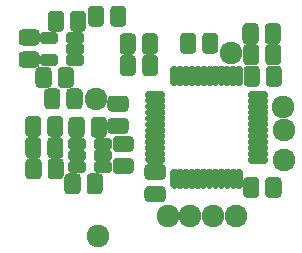
<source format=gbr>
G04 #@! TF.GenerationSoftware,KiCad,Pcbnew,5.1.8+dfsg1-1~bpo10+1*
G04 #@! TF.CreationDate,2020-11-10T16:56:22+03:00*
G04 #@! TF.ProjectId,cs,63732e6b-6963-4616-945f-706362585858,rev?*
G04 #@! TF.SameCoordinates,Original*
G04 #@! TF.FileFunction,Soldermask,Top*
G04 #@! TF.FilePolarity,Negative*
%FSLAX46Y46*%
G04 Gerber Fmt 4.6, Leading zero omitted, Abs format (unit mm)*
G04 Created by KiCad (PCBNEW 5.1.8+dfsg1-1~bpo10+1) date 2020-11-10 16:56:22*
%MOMM*%
%LPD*%
G01*
G04 APERTURE LIST*
%ADD10C,1.924000*%
G04 APERTURE END LIST*
G36*
G01*
X214380240Y-20129510D02*
X214380240Y-21242010D01*
G75*
G02*
X214036490Y-21585760I-343750J0D01*
G01*
X213348990Y-21585760D01*
G75*
G02*
X213005240Y-21242010I0J343750D01*
G01*
X213005240Y-20129510D01*
G75*
G02*
X213348990Y-19785760I343750J0D01*
G01*
X214036490Y-19785760D01*
G75*
G02*
X214380240Y-20129510I0J-343750D01*
G01*
G37*
G36*
G01*
X212505240Y-20129510D02*
X212505240Y-21242010D01*
G75*
G02*
X212161490Y-21585760I-343750J0D01*
G01*
X211473990Y-21585760D01*
G75*
G02*
X211130240Y-21242010I0J343750D01*
G01*
X211130240Y-20129510D01*
G75*
G02*
X211473990Y-19785760I343750J0D01*
G01*
X212161490Y-19785760D01*
G75*
G02*
X212505240Y-20129510I0J-343750D01*
G01*
G37*
G36*
G01*
X217781300Y-19712950D02*
X217781300Y-20825450D01*
G75*
G02*
X217437550Y-21169200I-343750J0D01*
G01*
X216750050Y-21169200D01*
G75*
G02*
X216406300Y-20825450I0J343750D01*
G01*
X216406300Y-19712950D01*
G75*
G02*
X216750050Y-19369200I343750J0D01*
G01*
X217437550Y-19369200D01*
G75*
G02*
X217781300Y-19712950I0J-343750D01*
G01*
G37*
G36*
G01*
X215906300Y-19712950D02*
X215906300Y-20825450D01*
G75*
G02*
X215562550Y-21169200I-343750J0D01*
G01*
X214875050Y-21169200D01*
G75*
G02*
X214531300Y-20825450I0J343750D01*
G01*
X214531300Y-19712950D01*
G75*
G02*
X214875050Y-19369200I343750J0D01*
G01*
X215562550Y-19369200D01*
G75*
G02*
X215906300Y-19712950I0J-343750D01*
G01*
G37*
G36*
G01*
X214158940Y-23665300D02*
X214158940Y-24315300D01*
G75*
G02*
X213958940Y-24515300I-200000J0D01*
G01*
X212898940Y-24515300D01*
G75*
G02*
X212698940Y-24315300I0J200000D01*
G01*
X212698940Y-23665300D01*
G75*
G02*
X212898940Y-23465300I200000J0D01*
G01*
X213958940Y-23465300D01*
G75*
G02*
X214158940Y-23665300I0J-200000D01*
G01*
G37*
G36*
G01*
X214158940Y-22715300D02*
X214158940Y-23365300D01*
G75*
G02*
X213958940Y-23565300I-200000J0D01*
G01*
X212898940Y-23565300D01*
G75*
G02*
X212698940Y-23365300I0J200000D01*
G01*
X212698940Y-22715300D01*
G75*
G02*
X212898940Y-22515300I200000J0D01*
G01*
X213958940Y-22515300D01*
G75*
G02*
X214158940Y-22715300I0J-200000D01*
G01*
G37*
G36*
G01*
X214158940Y-21765300D02*
X214158940Y-22415300D01*
G75*
G02*
X213958940Y-22615300I-200000J0D01*
G01*
X212898940Y-22615300D01*
G75*
G02*
X212698940Y-22415300I0J200000D01*
G01*
X212698940Y-21765300D01*
G75*
G02*
X212898940Y-21565300I200000J0D01*
G01*
X213958940Y-21565300D01*
G75*
G02*
X214158940Y-21765300I0J-200000D01*
G01*
G37*
G36*
G01*
X211958940Y-21765300D02*
X211958940Y-22415300D01*
G75*
G02*
X211758940Y-22615300I-200000J0D01*
G01*
X210698940Y-22615300D01*
G75*
G02*
X210498940Y-22415300I0J200000D01*
G01*
X210498940Y-21765300D01*
G75*
G02*
X210698940Y-21565300I200000J0D01*
G01*
X211758940Y-21565300D01*
G75*
G02*
X211958940Y-21765300I0J-200000D01*
G01*
G37*
G36*
G01*
X211958940Y-23665300D02*
X211958940Y-24315300D01*
G75*
G02*
X211758940Y-24515300I-200000J0D01*
G01*
X210698940Y-24515300D01*
G75*
G02*
X210498940Y-24315300I0J200000D01*
G01*
X210498940Y-23665300D01*
G75*
G02*
X210698940Y-23465300I200000J0D01*
G01*
X211758940Y-23465300D01*
G75*
G02*
X211958940Y-23665300I0J-200000D01*
G01*
G37*
G36*
G01*
X227211800Y-24467200D02*
X227461800Y-24467200D01*
G75*
G02*
X227661800Y-24667200I0J-200000D01*
G01*
X227661800Y-25967200D01*
G75*
G02*
X227461800Y-26167200I-200000J0D01*
G01*
X227211800Y-26167200D01*
G75*
G02*
X227011800Y-25967200I0J200000D01*
G01*
X227011800Y-24667200D01*
G75*
G02*
X227211800Y-24467200I200000J0D01*
G01*
G37*
G36*
G01*
X226711800Y-24467200D02*
X226961800Y-24467200D01*
G75*
G02*
X227161800Y-24667200I0J-200000D01*
G01*
X227161800Y-25967200D01*
G75*
G02*
X226961800Y-26167200I-200000J0D01*
G01*
X226711800Y-26167200D01*
G75*
G02*
X226511800Y-25967200I0J200000D01*
G01*
X226511800Y-24667200D01*
G75*
G02*
X226711800Y-24467200I200000J0D01*
G01*
G37*
G36*
G01*
X226211800Y-24467200D02*
X226461800Y-24467200D01*
G75*
G02*
X226661800Y-24667200I0J-200000D01*
G01*
X226661800Y-25967200D01*
G75*
G02*
X226461800Y-26167200I-200000J0D01*
G01*
X226211800Y-26167200D01*
G75*
G02*
X226011800Y-25967200I0J200000D01*
G01*
X226011800Y-24667200D01*
G75*
G02*
X226211800Y-24467200I200000J0D01*
G01*
G37*
G36*
G01*
X225711800Y-24467200D02*
X225961800Y-24467200D01*
G75*
G02*
X226161800Y-24667200I0J-200000D01*
G01*
X226161800Y-25967200D01*
G75*
G02*
X225961800Y-26167200I-200000J0D01*
G01*
X225711800Y-26167200D01*
G75*
G02*
X225511800Y-25967200I0J200000D01*
G01*
X225511800Y-24667200D01*
G75*
G02*
X225711800Y-24467200I200000J0D01*
G01*
G37*
G36*
G01*
X225211800Y-24467200D02*
X225461800Y-24467200D01*
G75*
G02*
X225661800Y-24667200I0J-200000D01*
G01*
X225661800Y-25967200D01*
G75*
G02*
X225461800Y-26167200I-200000J0D01*
G01*
X225211800Y-26167200D01*
G75*
G02*
X225011800Y-25967200I0J200000D01*
G01*
X225011800Y-24667200D01*
G75*
G02*
X225211800Y-24467200I200000J0D01*
G01*
G37*
G36*
G01*
X224711800Y-24467200D02*
X224961800Y-24467200D01*
G75*
G02*
X225161800Y-24667200I0J-200000D01*
G01*
X225161800Y-25967200D01*
G75*
G02*
X224961800Y-26167200I-200000J0D01*
G01*
X224711800Y-26167200D01*
G75*
G02*
X224511800Y-25967200I0J200000D01*
G01*
X224511800Y-24667200D01*
G75*
G02*
X224711800Y-24467200I200000J0D01*
G01*
G37*
G36*
G01*
X224211800Y-24467200D02*
X224461800Y-24467200D01*
G75*
G02*
X224661800Y-24667200I0J-200000D01*
G01*
X224661800Y-25967200D01*
G75*
G02*
X224461800Y-26167200I-200000J0D01*
G01*
X224211800Y-26167200D01*
G75*
G02*
X224011800Y-25967200I0J200000D01*
G01*
X224011800Y-24667200D01*
G75*
G02*
X224211800Y-24467200I200000J0D01*
G01*
G37*
G36*
G01*
X223711800Y-24467200D02*
X223961800Y-24467200D01*
G75*
G02*
X224161800Y-24667200I0J-200000D01*
G01*
X224161800Y-25967200D01*
G75*
G02*
X223961800Y-26167200I-200000J0D01*
G01*
X223711800Y-26167200D01*
G75*
G02*
X223511800Y-25967200I0J200000D01*
G01*
X223511800Y-24667200D01*
G75*
G02*
X223711800Y-24467200I200000J0D01*
G01*
G37*
G36*
G01*
X223211800Y-24467200D02*
X223461800Y-24467200D01*
G75*
G02*
X223661800Y-24667200I0J-200000D01*
G01*
X223661800Y-25967200D01*
G75*
G02*
X223461800Y-26167200I-200000J0D01*
G01*
X223211800Y-26167200D01*
G75*
G02*
X223011800Y-25967200I0J200000D01*
G01*
X223011800Y-24667200D01*
G75*
G02*
X223211800Y-24467200I200000J0D01*
G01*
G37*
G36*
G01*
X222711800Y-24467200D02*
X222961800Y-24467200D01*
G75*
G02*
X223161800Y-24667200I0J-200000D01*
G01*
X223161800Y-25967200D01*
G75*
G02*
X222961800Y-26167200I-200000J0D01*
G01*
X222711800Y-26167200D01*
G75*
G02*
X222511800Y-25967200I0J200000D01*
G01*
X222511800Y-24667200D01*
G75*
G02*
X222711800Y-24467200I200000J0D01*
G01*
G37*
G36*
G01*
X222211800Y-24467200D02*
X222461800Y-24467200D01*
G75*
G02*
X222661800Y-24667200I0J-200000D01*
G01*
X222661800Y-25967200D01*
G75*
G02*
X222461800Y-26167200I-200000J0D01*
G01*
X222211800Y-26167200D01*
G75*
G02*
X222011800Y-25967200I0J200000D01*
G01*
X222011800Y-24667200D01*
G75*
G02*
X222211800Y-24467200I200000J0D01*
G01*
G37*
G36*
G01*
X221711800Y-24467200D02*
X221961800Y-24467200D01*
G75*
G02*
X222161800Y-24667200I0J-200000D01*
G01*
X222161800Y-25967200D01*
G75*
G02*
X221961800Y-26167200I-200000J0D01*
G01*
X221711800Y-26167200D01*
G75*
G02*
X221511800Y-25967200I0J200000D01*
G01*
X221511800Y-24667200D01*
G75*
G02*
X221711800Y-24467200I200000J0D01*
G01*
G37*
G36*
G01*
X219386800Y-27042200D02*
X219386800Y-26792200D01*
G75*
G02*
X219586800Y-26592200I200000J0D01*
G01*
X220886800Y-26592200D01*
G75*
G02*
X221086800Y-26792200I0J-200000D01*
G01*
X221086800Y-27042200D01*
G75*
G02*
X220886800Y-27242200I-200000J0D01*
G01*
X219586800Y-27242200D01*
G75*
G02*
X219386800Y-27042200I0J200000D01*
G01*
G37*
G36*
G01*
X219386800Y-27542200D02*
X219386800Y-27292200D01*
G75*
G02*
X219586800Y-27092200I200000J0D01*
G01*
X220886800Y-27092200D01*
G75*
G02*
X221086800Y-27292200I0J-200000D01*
G01*
X221086800Y-27542200D01*
G75*
G02*
X220886800Y-27742200I-200000J0D01*
G01*
X219586800Y-27742200D01*
G75*
G02*
X219386800Y-27542200I0J200000D01*
G01*
G37*
G36*
G01*
X219386800Y-28042200D02*
X219386800Y-27792200D01*
G75*
G02*
X219586800Y-27592200I200000J0D01*
G01*
X220886800Y-27592200D01*
G75*
G02*
X221086800Y-27792200I0J-200000D01*
G01*
X221086800Y-28042200D01*
G75*
G02*
X220886800Y-28242200I-200000J0D01*
G01*
X219586800Y-28242200D01*
G75*
G02*
X219386800Y-28042200I0J200000D01*
G01*
G37*
G36*
G01*
X219386800Y-28542200D02*
X219386800Y-28292200D01*
G75*
G02*
X219586800Y-28092200I200000J0D01*
G01*
X220886800Y-28092200D01*
G75*
G02*
X221086800Y-28292200I0J-200000D01*
G01*
X221086800Y-28542200D01*
G75*
G02*
X220886800Y-28742200I-200000J0D01*
G01*
X219586800Y-28742200D01*
G75*
G02*
X219386800Y-28542200I0J200000D01*
G01*
G37*
G36*
G01*
X219386800Y-29042200D02*
X219386800Y-28792200D01*
G75*
G02*
X219586800Y-28592200I200000J0D01*
G01*
X220886800Y-28592200D01*
G75*
G02*
X221086800Y-28792200I0J-200000D01*
G01*
X221086800Y-29042200D01*
G75*
G02*
X220886800Y-29242200I-200000J0D01*
G01*
X219586800Y-29242200D01*
G75*
G02*
X219386800Y-29042200I0J200000D01*
G01*
G37*
G36*
G01*
X219386800Y-29542200D02*
X219386800Y-29292200D01*
G75*
G02*
X219586800Y-29092200I200000J0D01*
G01*
X220886800Y-29092200D01*
G75*
G02*
X221086800Y-29292200I0J-200000D01*
G01*
X221086800Y-29542200D01*
G75*
G02*
X220886800Y-29742200I-200000J0D01*
G01*
X219586800Y-29742200D01*
G75*
G02*
X219386800Y-29542200I0J200000D01*
G01*
G37*
G36*
G01*
X219386800Y-30042200D02*
X219386800Y-29792200D01*
G75*
G02*
X219586800Y-29592200I200000J0D01*
G01*
X220886800Y-29592200D01*
G75*
G02*
X221086800Y-29792200I0J-200000D01*
G01*
X221086800Y-30042200D01*
G75*
G02*
X220886800Y-30242200I-200000J0D01*
G01*
X219586800Y-30242200D01*
G75*
G02*
X219386800Y-30042200I0J200000D01*
G01*
G37*
G36*
G01*
X219386800Y-30542200D02*
X219386800Y-30292200D01*
G75*
G02*
X219586800Y-30092200I200000J0D01*
G01*
X220886800Y-30092200D01*
G75*
G02*
X221086800Y-30292200I0J-200000D01*
G01*
X221086800Y-30542200D01*
G75*
G02*
X220886800Y-30742200I-200000J0D01*
G01*
X219586800Y-30742200D01*
G75*
G02*
X219386800Y-30542200I0J200000D01*
G01*
G37*
G36*
G01*
X219386800Y-31042200D02*
X219386800Y-30792200D01*
G75*
G02*
X219586800Y-30592200I200000J0D01*
G01*
X220886800Y-30592200D01*
G75*
G02*
X221086800Y-30792200I0J-200000D01*
G01*
X221086800Y-31042200D01*
G75*
G02*
X220886800Y-31242200I-200000J0D01*
G01*
X219586800Y-31242200D01*
G75*
G02*
X219386800Y-31042200I0J200000D01*
G01*
G37*
G36*
G01*
X219386800Y-31542200D02*
X219386800Y-31292200D01*
G75*
G02*
X219586800Y-31092200I200000J0D01*
G01*
X220886800Y-31092200D01*
G75*
G02*
X221086800Y-31292200I0J-200000D01*
G01*
X221086800Y-31542200D01*
G75*
G02*
X220886800Y-31742200I-200000J0D01*
G01*
X219586800Y-31742200D01*
G75*
G02*
X219386800Y-31542200I0J200000D01*
G01*
G37*
G36*
G01*
X219386800Y-32042200D02*
X219386800Y-31792200D01*
G75*
G02*
X219586800Y-31592200I200000J0D01*
G01*
X220886800Y-31592200D01*
G75*
G02*
X221086800Y-31792200I0J-200000D01*
G01*
X221086800Y-32042200D01*
G75*
G02*
X220886800Y-32242200I-200000J0D01*
G01*
X219586800Y-32242200D01*
G75*
G02*
X219386800Y-32042200I0J200000D01*
G01*
G37*
G36*
G01*
X219386800Y-32542200D02*
X219386800Y-32292200D01*
G75*
G02*
X219586800Y-32092200I200000J0D01*
G01*
X220886800Y-32092200D01*
G75*
G02*
X221086800Y-32292200I0J-200000D01*
G01*
X221086800Y-32542200D01*
G75*
G02*
X220886800Y-32742200I-200000J0D01*
G01*
X219586800Y-32742200D01*
G75*
G02*
X219386800Y-32542200I0J200000D01*
G01*
G37*
G36*
G01*
X221711800Y-33167200D02*
X221961800Y-33167200D01*
G75*
G02*
X222161800Y-33367200I0J-200000D01*
G01*
X222161800Y-34667200D01*
G75*
G02*
X221961800Y-34867200I-200000J0D01*
G01*
X221711800Y-34867200D01*
G75*
G02*
X221511800Y-34667200I0J200000D01*
G01*
X221511800Y-33367200D01*
G75*
G02*
X221711800Y-33167200I200000J0D01*
G01*
G37*
G36*
G01*
X222211800Y-33167200D02*
X222461800Y-33167200D01*
G75*
G02*
X222661800Y-33367200I0J-200000D01*
G01*
X222661800Y-34667200D01*
G75*
G02*
X222461800Y-34867200I-200000J0D01*
G01*
X222211800Y-34867200D01*
G75*
G02*
X222011800Y-34667200I0J200000D01*
G01*
X222011800Y-33367200D01*
G75*
G02*
X222211800Y-33167200I200000J0D01*
G01*
G37*
G36*
G01*
X222711800Y-33167200D02*
X222961800Y-33167200D01*
G75*
G02*
X223161800Y-33367200I0J-200000D01*
G01*
X223161800Y-34667200D01*
G75*
G02*
X222961800Y-34867200I-200000J0D01*
G01*
X222711800Y-34867200D01*
G75*
G02*
X222511800Y-34667200I0J200000D01*
G01*
X222511800Y-33367200D01*
G75*
G02*
X222711800Y-33167200I200000J0D01*
G01*
G37*
G36*
G01*
X223211800Y-33167200D02*
X223461800Y-33167200D01*
G75*
G02*
X223661800Y-33367200I0J-200000D01*
G01*
X223661800Y-34667200D01*
G75*
G02*
X223461800Y-34867200I-200000J0D01*
G01*
X223211800Y-34867200D01*
G75*
G02*
X223011800Y-34667200I0J200000D01*
G01*
X223011800Y-33367200D01*
G75*
G02*
X223211800Y-33167200I200000J0D01*
G01*
G37*
G36*
G01*
X223711800Y-33167200D02*
X223961800Y-33167200D01*
G75*
G02*
X224161800Y-33367200I0J-200000D01*
G01*
X224161800Y-34667200D01*
G75*
G02*
X223961800Y-34867200I-200000J0D01*
G01*
X223711800Y-34867200D01*
G75*
G02*
X223511800Y-34667200I0J200000D01*
G01*
X223511800Y-33367200D01*
G75*
G02*
X223711800Y-33167200I200000J0D01*
G01*
G37*
G36*
G01*
X224211800Y-33167200D02*
X224461800Y-33167200D01*
G75*
G02*
X224661800Y-33367200I0J-200000D01*
G01*
X224661800Y-34667200D01*
G75*
G02*
X224461800Y-34867200I-200000J0D01*
G01*
X224211800Y-34867200D01*
G75*
G02*
X224011800Y-34667200I0J200000D01*
G01*
X224011800Y-33367200D01*
G75*
G02*
X224211800Y-33167200I200000J0D01*
G01*
G37*
G36*
G01*
X224711800Y-33167200D02*
X224961800Y-33167200D01*
G75*
G02*
X225161800Y-33367200I0J-200000D01*
G01*
X225161800Y-34667200D01*
G75*
G02*
X224961800Y-34867200I-200000J0D01*
G01*
X224711800Y-34867200D01*
G75*
G02*
X224511800Y-34667200I0J200000D01*
G01*
X224511800Y-33367200D01*
G75*
G02*
X224711800Y-33167200I200000J0D01*
G01*
G37*
G36*
G01*
X225211800Y-33167200D02*
X225461800Y-33167200D01*
G75*
G02*
X225661800Y-33367200I0J-200000D01*
G01*
X225661800Y-34667200D01*
G75*
G02*
X225461800Y-34867200I-200000J0D01*
G01*
X225211800Y-34867200D01*
G75*
G02*
X225011800Y-34667200I0J200000D01*
G01*
X225011800Y-33367200D01*
G75*
G02*
X225211800Y-33167200I200000J0D01*
G01*
G37*
G36*
G01*
X225711800Y-33167200D02*
X225961800Y-33167200D01*
G75*
G02*
X226161800Y-33367200I0J-200000D01*
G01*
X226161800Y-34667200D01*
G75*
G02*
X225961800Y-34867200I-200000J0D01*
G01*
X225711800Y-34867200D01*
G75*
G02*
X225511800Y-34667200I0J200000D01*
G01*
X225511800Y-33367200D01*
G75*
G02*
X225711800Y-33167200I200000J0D01*
G01*
G37*
G36*
G01*
X226211800Y-33167200D02*
X226461800Y-33167200D01*
G75*
G02*
X226661800Y-33367200I0J-200000D01*
G01*
X226661800Y-34667200D01*
G75*
G02*
X226461800Y-34867200I-200000J0D01*
G01*
X226211800Y-34867200D01*
G75*
G02*
X226011800Y-34667200I0J200000D01*
G01*
X226011800Y-33367200D01*
G75*
G02*
X226211800Y-33167200I200000J0D01*
G01*
G37*
G36*
G01*
X226711800Y-33167200D02*
X226961800Y-33167200D01*
G75*
G02*
X227161800Y-33367200I0J-200000D01*
G01*
X227161800Y-34667200D01*
G75*
G02*
X226961800Y-34867200I-200000J0D01*
G01*
X226711800Y-34867200D01*
G75*
G02*
X226511800Y-34667200I0J200000D01*
G01*
X226511800Y-33367200D01*
G75*
G02*
X226711800Y-33167200I200000J0D01*
G01*
G37*
G36*
G01*
X227211800Y-33167200D02*
X227461800Y-33167200D01*
G75*
G02*
X227661800Y-33367200I0J-200000D01*
G01*
X227661800Y-34667200D01*
G75*
G02*
X227461800Y-34867200I-200000J0D01*
G01*
X227211800Y-34867200D01*
G75*
G02*
X227011800Y-34667200I0J200000D01*
G01*
X227011800Y-33367200D01*
G75*
G02*
X227211800Y-33167200I200000J0D01*
G01*
G37*
G36*
G01*
X228086800Y-32542200D02*
X228086800Y-32292200D01*
G75*
G02*
X228286800Y-32092200I200000J0D01*
G01*
X229586800Y-32092200D01*
G75*
G02*
X229786800Y-32292200I0J-200000D01*
G01*
X229786800Y-32542200D01*
G75*
G02*
X229586800Y-32742200I-200000J0D01*
G01*
X228286800Y-32742200D01*
G75*
G02*
X228086800Y-32542200I0J200000D01*
G01*
G37*
G36*
G01*
X228086800Y-32042200D02*
X228086800Y-31792200D01*
G75*
G02*
X228286800Y-31592200I200000J0D01*
G01*
X229586800Y-31592200D01*
G75*
G02*
X229786800Y-31792200I0J-200000D01*
G01*
X229786800Y-32042200D01*
G75*
G02*
X229586800Y-32242200I-200000J0D01*
G01*
X228286800Y-32242200D01*
G75*
G02*
X228086800Y-32042200I0J200000D01*
G01*
G37*
G36*
G01*
X228086800Y-31542200D02*
X228086800Y-31292200D01*
G75*
G02*
X228286800Y-31092200I200000J0D01*
G01*
X229586800Y-31092200D01*
G75*
G02*
X229786800Y-31292200I0J-200000D01*
G01*
X229786800Y-31542200D01*
G75*
G02*
X229586800Y-31742200I-200000J0D01*
G01*
X228286800Y-31742200D01*
G75*
G02*
X228086800Y-31542200I0J200000D01*
G01*
G37*
G36*
G01*
X228086800Y-31042200D02*
X228086800Y-30792200D01*
G75*
G02*
X228286800Y-30592200I200000J0D01*
G01*
X229586800Y-30592200D01*
G75*
G02*
X229786800Y-30792200I0J-200000D01*
G01*
X229786800Y-31042200D01*
G75*
G02*
X229586800Y-31242200I-200000J0D01*
G01*
X228286800Y-31242200D01*
G75*
G02*
X228086800Y-31042200I0J200000D01*
G01*
G37*
G36*
G01*
X228086800Y-30542200D02*
X228086800Y-30292200D01*
G75*
G02*
X228286800Y-30092200I200000J0D01*
G01*
X229586800Y-30092200D01*
G75*
G02*
X229786800Y-30292200I0J-200000D01*
G01*
X229786800Y-30542200D01*
G75*
G02*
X229586800Y-30742200I-200000J0D01*
G01*
X228286800Y-30742200D01*
G75*
G02*
X228086800Y-30542200I0J200000D01*
G01*
G37*
G36*
G01*
X228086800Y-30042200D02*
X228086800Y-29792200D01*
G75*
G02*
X228286800Y-29592200I200000J0D01*
G01*
X229586800Y-29592200D01*
G75*
G02*
X229786800Y-29792200I0J-200000D01*
G01*
X229786800Y-30042200D01*
G75*
G02*
X229586800Y-30242200I-200000J0D01*
G01*
X228286800Y-30242200D01*
G75*
G02*
X228086800Y-30042200I0J200000D01*
G01*
G37*
G36*
G01*
X228086800Y-29542200D02*
X228086800Y-29292200D01*
G75*
G02*
X228286800Y-29092200I200000J0D01*
G01*
X229586800Y-29092200D01*
G75*
G02*
X229786800Y-29292200I0J-200000D01*
G01*
X229786800Y-29542200D01*
G75*
G02*
X229586800Y-29742200I-200000J0D01*
G01*
X228286800Y-29742200D01*
G75*
G02*
X228086800Y-29542200I0J200000D01*
G01*
G37*
G36*
G01*
X228086800Y-29042200D02*
X228086800Y-28792200D01*
G75*
G02*
X228286800Y-28592200I200000J0D01*
G01*
X229586800Y-28592200D01*
G75*
G02*
X229786800Y-28792200I0J-200000D01*
G01*
X229786800Y-29042200D01*
G75*
G02*
X229586800Y-29242200I-200000J0D01*
G01*
X228286800Y-29242200D01*
G75*
G02*
X228086800Y-29042200I0J200000D01*
G01*
G37*
G36*
G01*
X228086800Y-28542200D02*
X228086800Y-28292200D01*
G75*
G02*
X228286800Y-28092200I200000J0D01*
G01*
X229586800Y-28092200D01*
G75*
G02*
X229786800Y-28292200I0J-200000D01*
G01*
X229786800Y-28542200D01*
G75*
G02*
X229586800Y-28742200I-200000J0D01*
G01*
X228286800Y-28742200D01*
G75*
G02*
X228086800Y-28542200I0J200000D01*
G01*
G37*
G36*
G01*
X228086800Y-28042200D02*
X228086800Y-27792200D01*
G75*
G02*
X228286800Y-27592200I200000J0D01*
G01*
X229586800Y-27592200D01*
G75*
G02*
X229786800Y-27792200I0J-200000D01*
G01*
X229786800Y-28042200D01*
G75*
G02*
X229586800Y-28242200I-200000J0D01*
G01*
X228286800Y-28242200D01*
G75*
G02*
X228086800Y-28042200I0J200000D01*
G01*
G37*
G36*
G01*
X228086800Y-27542200D02*
X228086800Y-27292200D01*
G75*
G02*
X228286800Y-27092200I200000J0D01*
G01*
X229586800Y-27092200D01*
G75*
G02*
X229786800Y-27292200I0J-200000D01*
G01*
X229786800Y-27542200D01*
G75*
G02*
X229586800Y-27742200I-200000J0D01*
G01*
X228286800Y-27742200D01*
G75*
G02*
X228086800Y-27542200I0J200000D01*
G01*
G37*
G36*
G01*
X228086800Y-27042200D02*
X228086800Y-26792200D01*
G75*
G02*
X228286800Y-26592200I200000J0D01*
G01*
X229586800Y-26592200D01*
G75*
G02*
X229786800Y-26792200I0J-200000D01*
G01*
X229786800Y-27042200D01*
G75*
G02*
X229586800Y-27242200I-200000J0D01*
G01*
X228286800Y-27242200D01*
G75*
G02*
X228086800Y-27042200I0J200000D01*
G01*
G37*
G36*
G01*
X214417480Y-35008810D02*
X214417480Y-33896310D01*
G75*
G02*
X214761230Y-33552560I343750J0D01*
G01*
X215448730Y-33552560D01*
G75*
G02*
X215792480Y-33896310I0J-343750D01*
G01*
X215792480Y-35008810D01*
G75*
G02*
X215448730Y-35352560I-343750J0D01*
G01*
X214761230Y-35352560D01*
G75*
G02*
X214417480Y-35008810I0J343750D01*
G01*
G37*
G36*
G01*
X212542480Y-35008810D02*
X212542480Y-33896310D01*
G75*
G02*
X212886230Y-33552560I343750J0D01*
G01*
X213573730Y-33552560D01*
G75*
G02*
X213917480Y-33896310I0J-343750D01*
G01*
X213917480Y-35008810D01*
G75*
G02*
X213573730Y-35352560I-343750J0D01*
G01*
X212886230Y-35352560D01*
G75*
G02*
X212542480Y-35008810I0J343750D01*
G01*
G37*
D10*
X231104440Y-32405320D03*
X227076000Y-37185600D03*
G36*
G01*
X212697900Y-27815530D02*
X212697900Y-26703030D01*
G75*
G02*
X213041650Y-26359280I343750J0D01*
G01*
X213729150Y-26359280D01*
G75*
G02*
X214072900Y-26703030I0J-343750D01*
G01*
X214072900Y-27815530D01*
G75*
G02*
X213729150Y-28159280I-343750J0D01*
G01*
X213041650Y-28159280D01*
G75*
G02*
X212697900Y-27815530I0J343750D01*
G01*
G37*
G36*
G01*
X210822900Y-27815530D02*
X210822900Y-26703030D01*
G75*
G02*
X211166650Y-26359280I343750J0D01*
G01*
X211854150Y-26359280D01*
G75*
G02*
X212197900Y-26703030I0J-343750D01*
G01*
X212197900Y-27815530D01*
G75*
G02*
X211854150Y-28159280I-343750J0D01*
G01*
X211166650Y-28159280D01*
G75*
G02*
X210822900Y-27815530I0J343750D01*
G01*
G37*
G36*
G01*
X224204100Y-23111450D02*
X224204100Y-21998950D01*
G75*
G02*
X224547850Y-21655200I343750J0D01*
G01*
X225235350Y-21655200D01*
G75*
G02*
X225579100Y-21998950I0J-343750D01*
G01*
X225579100Y-23111450D01*
G75*
G02*
X225235350Y-23455200I-343750J0D01*
G01*
X224547850Y-23455200D01*
G75*
G02*
X224204100Y-23111450I0J343750D01*
G01*
G37*
G36*
G01*
X222329100Y-23111450D02*
X222329100Y-21998950D01*
G75*
G02*
X222672850Y-21655200I343750J0D01*
G01*
X223360350Y-21655200D01*
G75*
G02*
X223704100Y-21998950I0J-343750D01*
G01*
X223704100Y-23111450D01*
G75*
G02*
X223360350Y-23455200I-343750J0D01*
G01*
X222672850Y-23455200D01*
G75*
G02*
X222329100Y-23111450I0J343750D01*
G01*
G37*
G36*
G01*
X212883320Y-30225990D02*
X212883320Y-29113490D01*
G75*
G02*
X213227070Y-28769740I343750J0D01*
G01*
X213914570Y-28769740D01*
G75*
G02*
X214258320Y-29113490I0J-343750D01*
G01*
X214258320Y-30225990D01*
G75*
G02*
X213914570Y-30569740I-343750J0D01*
G01*
X213227070Y-30569740D01*
G75*
G02*
X212883320Y-30225990I0J343750D01*
G01*
G37*
G36*
G01*
X214758320Y-30225990D02*
X214758320Y-29113490D01*
G75*
G02*
X215102070Y-28769740I343750J0D01*
G01*
X215789570Y-28769740D01*
G75*
G02*
X216133320Y-29113490I0J-343750D01*
G01*
X216133320Y-30225990D01*
G75*
G02*
X215789570Y-30569740I-343750J0D01*
G01*
X215102070Y-30569740D01*
G75*
G02*
X214758320Y-30225990I0J343750D01*
G01*
G37*
G36*
G01*
X220478780Y-23878550D02*
X220478780Y-24991050D01*
G75*
G02*
X220135030Y-25334800I-343750J0D01*
G01*
X219447530Y-25334800D01*
G75*
G02*
X219103780Y-24991050I0J343750D01*
G01*
X219103780Y-23878550D01*
G75*
G02*
X219447530Y-23534800I343750J0D01*
G01*
X220135030Y-23534800D01*
G75*
G02*
X220478780Y-23878550I0J-343750D01*
G01*
G37*
G36*
G01*
X218603780Y-23878550D02*
X218603780Y-24991050D01*
G75*
G02*
X218260030Y-25334800I-343750J0D01*
G01*
X217572530Y-25334800D01*
G75*
G02*
X217228780Y-24991050I0J343750D01*
G01*
X217228780Y-23878550D01*
G75*
G02*
X217572530Y-23534800I343750J0D01*
G01*
X218260030Y-23534800D01*
G75*
G02*
X218603780Y-23878550I0J-343750D01*
G01*
G37*
G36*
G01*
X217219100Y-23162250D02*
X217219100Y-22049750D01*
G75*
G02*
X217562850Y-21706000I343750J0D01*
G01*
X218250350Y-21706000D01*
G75*
G02*
X218594100Y-22049750I0J-343750D01*
G01*
X218594100Y-23162250D01*
G75*
G02*
X218250350Y-23506000I-343750J0D01*
G01*
X217562850Y-23506000D01*
G75*
G02*
X217219100Y-23162250I0J343750D01*
G01*
G37*
G36*
G01*
X219094100Y-23162250D02*
X219094100Y-22049750D01*
G75*
G02*
X219437850Y-21706000I343750J0D01*
G01*
X220125350Y-21706000D01*
G75*
G02*
X220469100Y-22049750I0J-343750D01*
G01*
X220469100Y-23162250D01*
G75*
G02*
X220125350Y-23506000I-343750J0D01*
G01*
X219437850Y-23506000D01*
G75*
G02*
X219094100Y-23162250I0J343750D01*
G01*
G37*
G36*
G01*
X211112940Y-33738810D02*
X211112940Y-32626310D01*
G75*
G02*
X211456690Y-32282560I343750J0D01*
G01*
X212144190Y-32282560D01*
G75*
G02*
X212487940Y-32626310I0J-343750D01*
G01*
X212487940Y-33738810D01*
G75*
G02*
X212144190Y-34082560I-343750J0D01*
G01*
X211456690Y-34082560D01*
G75*
G02*
X211112940Y-33738810I0J343750D01*
G01*
G37*
G36*
G01*
X209237940Y-33738810D02*
X209237940Y-32626310D01*
G75*
G02*
X209581690Y-32282560I343750J0D01*
G01*
X210269190Y-32282560D01*
G75*
G02*
X210612940Y-32626310I0J-343750D01*
G01*
X210612940Y-33738810D01*
G75*
G02*
X210269190Y-34082560I-343750J0D01*
G01*
X209581690Y-34082560D01*
G75*
G02*
X209237940Y-33738810I0J343750D01*
G01*
G37*
G36*
G01*
X216527390Y-26987860D02*
X217639890Y-26987860D01*
G75*
G02*
X217983640Y-27331610I0J-343750D01*
G01*
X217983640Y-28019110D01*
G75*
G02*
X217639890Y-28362860I-343750J0D01*
G01*
X216527390Y-28362860D01*
G75*
G02*
X216183640Y-28019110I0J343750D01*
G01*
X216183640Y-27331610D01*
G75*
G02*
X216527390Y-26987860I343750J0D01*
G01*
G37*
G36*
G01*
X216527390Y-28862860D02*
X217639890Y-28862860D01*
G75*
G02*
X217983640Y-29206610I0J-343750D01*
G01*
X217983640Y-29894110D01*
G75*
G02*
X217639890Y-30237860I-343750J0D01*
G01*
X216527390Y-30237860D01*
G75*
G02*
X216183640Y-29894110I0J343750D01*
G01*
X216183640Y-29206610D01*
G75*
G02*
X216527390Y-28862860I343750J0D01*
G01*
G37*
G36*
G01*
X209212540Y-31960810D02*
X209212540Y-30848310D01*
G75*
G02*
X209556290Y-30504560I343750J0D01*
G01*
X210243790Y-30504560D01*
G75*
G02*
X210587540Y-30848310I0J-343750D01*
G01*
X210587540Y-31960810D01*
G75*
G02*
X210243790Y-32304560I-343750J0D01*
G01*
X209556290Y-32304560D01*
G75*
G02*
X209212540Y-31960810I0J343750D01*
G01*
G37*
G36*
G01*
X211087540Y-31960810D02*
X211087540Y-30848310D01*
G75*
G02*
X211431290Y-30504560I343750J0D01*
G01*
X212118790Y-30504560D01*
G75*
G02*
X212462540Y-30848310I0J-343750D01*
G01*
X212462540Y-31960810D01*
G75*
G02*
X212118790Y-32304560I-343750J0D01*
G01*
X211431290Y-32304560D01*
G75*
G02*
X211087540Y-31960810I0J343750D01*
G01*
G37*
X215244680Y-27302460D03*
X215417400Y-38836600D03*
G36*
G01*
X227663100Y-24076650D02*
X227663100Y-22964150D01*
G75*
G02*
X228006850Y-22620400I343750J0D01*
G01*
X228694350Y-22620400D01*
G75*
G02*
X229038100Y-22964150I0J-343750D01*
G01*
X229038100Y-24076650D01*
G75*
G02*
X228694350Y-24420400I-343750J0D01*
G01*
X228006850Y-24420400D01*
G75*
G02*
X227663100Y-24076650I0J343750D01*
G01*
G37*
G36*
G01*
X229538100Y-24076650D02*
X229538100Y-22964150D01*
G75*
G02*
X229881850Y-22620400I343750J0D01*
G01*
X230569350Y-22620400D01*
G75*
G02*
X230913100Y-22964150I0J-343750D01*
G01*
X230913100Y-24076650D01*
G75*
G02*
X230569350Y-24420400I-343750J0D01*
G01*
X229881850Y-24420400D01*
G75*
G02*
X229538100Y-24076650I0J343750D01*
G01*
G37*
X226669600Y-23368000D03*
X231140000Y-29921200D03*
X231089200Y-27990800D03*
X223215200Y-37185600D03*
X225145600Y-37185600D03*
X221284800Y-37185600D03*
G36*
G01*
X229548260Y-35318690D02*
X229548260Y-34206190D01*
G75*
G02*
X229892010Y-33862440I343750J0D01*
G01*
X230579510Y-33862440D01*
G75*
G02*
X230923260Y-34206190I0J-343750D01*
G01*
X230923260Y-35318690D01*
G75*
G02*
X230579510Y-35662440I-343750J0D01*
G01*
X229892010Y-35662440D01*
G75*
G02*
X229548260Y-35318690I0J343750D01*
G01*
G37*
G36*
G01*
X227673260Y-35318690D02*
X227673260Y-34206190D01*
G75*
G02*
X228017010Y-33862440I343750J0D01*
G01*
X228704510Y-33862440D01*
G75*
G02*
X229048260Y-34206190I0J-343750D01*
G01*
X229048260Y-35318690D01*
G75*
G02*
X228704510Y-35662440I-343750J0D01*
G01*
X228017010Y-35662440D01*
G75*
G02*
X227673260Y-35318690I0J343750D01*
G01*
G37*
G36*
G01*
X227612300Y-22298650D02*
X227612300Y-21186150D01*
G75*
G02*
X227956050Y-20842400I343750J0D01*
G01*
X228643550Y-20842400D01*
G75*
G02*
X228987300Y-21186150I0J-343750D01*
G01*
X228987300Y-22298650D01*
G75*
G02*
X228643550Y-22642400I-343750J0D01*
G01*
X227956050Y-22642400D01*
G75*
G02*
X227612300Y-22298650I0J343750D01*
G01*
G37*
G36*
G01*
X229487300Y-22298650D02*
X229487300Y-21186150D01*
G75*
G02*
X229831050Y-20842400I343750J0D01*
G01*
X230518550Y-20842400D01*
G75*
G02*
X230862300Y-21186150I0J-343750D01*
G01*
X230862300Y-22298650D01*
G75*
G02*
X230518550Y-22642400I-343750J0D01*
G01*
X229831050Y-22642400D01*
G75*
G02*
X229487300Y-22298650I0J343750D01*
G01*
G37*
G36*
G01*
X218071690Y-31761860D02*
X216959190Y-31761860D01*
G75*
G02*
X216615440Y-31418110I0J343750D01*
G01*
X216615440Y-30730610D01*
G75*
G02*
X216959190Y-30386860I343750J0D01*
G01*
X218071690Y-30386860D01*
G75*
G02*
X218415440Y-30730610I0J-343750D01*
G01*
X218415440Y-31418110D01*
G75*
G02*
X218071690Y-31761860I-343750J0D01*
G01*
G37*
G36*
G01*
X218071690Y-33636860D02*
X216959190Y-33636860D01*
G75*
G02*
X216615440Y-33293110I0J343750D01*
G01*
X216615440Y-32605610D01*
G75*
G02*
X216959190Y-32261860I343750J0D01*
G01*
X218071690Y-32261860D01*
G75*
G02*
X218415440Y-32605610I0J-343750D01*
G01*
X218415440Y-33293110D01*
G75*
G02*
X218071690Y-33636860I-343750J0D01*
G01*
G37*
G36*
G01*
X209003910Y-21369860D02*
X210116410Y-21369860D01*
G75*
G02*
X210460160Y-21713610I0J-343750D01*
G01*
X210460160Y-22401110D01*
G75*
G02*
X210116410Y-22744860I-343750J0D01*
G01*
X209003910Y-22744860D01*
G75*
G02*
X208660160Y-22401110I0J343750D01*
G01*
X208660160Y-21713610D01*
G75*
G02*
X209003910Y-21369860I343750J0D01*
G01*
G37*
G36*
G01*
X209003910Y-23244860D02*
X210116410Y-23244860D01*
G75*
G02*
X210460160Y-23588610I0J-343750D01*
G01*
X210460160Y-24276110D01*
G75*
G02*
X210116410Y-24619860I-343750J0D01*
G01*
X209003910Y-24619860D01*
G75*
G02*
X208660160Y-24276110I0J343750D01*
G01*
X208660160Y-23588610D01*
G75*
G02*
X209003910Y-23244860I343750J0D01*
G01*
G37*
G36*
G01*
X212462540Y-29042370D02*
X212462540Y-30154870D01*
G75*
G02*
X212118790Y-30498620I-343750J0D01*
G01*
X211431290Y-30498620D01*
G75*
G02*
X211087540Y-30154870I0J343750D01*
G01*
X211087540Y-29042370D01*
G75*
G02*
X211431290Y-28698620I343750J0D01*
G01*
X212118790Y-28698620D01*
G75*
G02*
X212462540Y-29042370I0J-343750D01*
G01*
G37*
G36*
G01*
X210587540Y-29042370D02*
X210587540Y-30154870D01*
G75*
G02*
X210243790Y-30498620I-343750J0D01*
G01*
X209556290Y-30498620D01*
G75*
G02*
X209212540Y-30154870I0J343750D01*
G01*
X209212540Y-29042370D01*
G75*
G02*
X209556290Y-28698620I343750J0D01*
G01*
X210243790Y-28698620D01*
G75*
G02*
X210587540Y-29042370I0J-343750D01*
G01*
G37*
G36*
G01*
X212873840Y-31429760D02*
X212873840Y-30779760D01*
G75*
G02*
X213073840Y-30579760I200000J0D01*
G01*
X214133840Y-30579760D01*
G75*
G02*
X214333840Y-30779760I0J-200000D01*
G01*
X214333840Y-31429760D01*
G75*
G02*
X214133840Y-31629760I-200000J0D01*
G01*
X213073840Y-31629760D01*
G75*
G02*
X212873840Y-31429760I0J200000D01*
G01*
G37*
G36*
G01*
X212873840Y-32379760D02*
X212873840Y-31729760D01*
G75*
G02*
X213073840Y-31529760I200000J0D01*
G01*
X214133840Y-31529760D01*
G75*
G02*
X214333840Y-31729760I0J-200000D01*
G01*
X214333840Y-32379760D01*
G75*
G02*
X214133840Y-32579760I-200000J0D01*
G01*
X213073840Y-32579760D01*
G75*
G02*
X212873840Y-32379760I0J200000D01*
G01*
G37*
G36*
G01*
X212873840Y-33329760D02*
X212873840Y-32679760D01*
G75*
G02*
X213073840Y-32479760I200000J0D01*
G01*
X214133840Y-32479760D01*
G75*
G02*
X214333840Y-32679760I0J-200000D01*
G01*
X214333840Y-33329760D01*
G75*
G02*
X214133840Y-33529760I-200000J0D01*
G01*
X213073840Y-33529760D01*
G75*
G02*
X212873840Y-33329760I0J200000D01*
G01*
G37*
G36*
G01*
X215073840Y-33329760D02*
X215073840Y-32679760D01*
G75*
G02*
X215273840Y-32479760I200000J0D01*
G01*
X216333840Y-32479760D01*
G75*
G02*
X216533840Y-32679760I0J-200000D01*
G01*
X216533840Y-33329760D01*
G75*
G02*
X216333840Y-33529760I-200000J0D01*
G01*
X215273840Y-33529760D01*
G75*
G02*
X215073840Y-33329760I0J200000D01*
G01*
G37*
G36*
G01*
X215073840Y-31429760D02*
X215073840Y-30779760D01*
G75*
G02*
X215273840Y-30579760I200000J0D01*
G01*
X216333840Y-30579760D01*
G75*
G02*
X216533840Y-30779760I0J-200000D01*
G01*
X216533840Y-31429760D01*
G75*
G02*
X216333840Y-31629760I-200000J0D01*
G01*
X215273840Y-31629760D01*
G75*
G02*
X215073840Y-31429760I0J200000D01*
G01*
G37*
G36*
G01*
X215073840Y-32379760D02*
X215073840Y-31729760D01*
G75*
G02*
X215273840Y-31529760I200000J0D01*
G01*
X216333840Y-31529760D01*
G75*
G02*
X216533840Y-31729760I0J-200000D01*
G01*
X216533840Y-32379760D01*
G75*
G02*
X216333840Y-32579760I-200000J0D01*
G01*
X215273840Y-32579760D01*
G75*
G02*
X215073840Y-32379760I0J200000D01*
G01*
G37*
G36*
G01*
X219661750Y-32764300D02*
X220774250Y-32764300D01*
G75*
G02*
X221118000Y-33108050I0J-343750D01*
G01*
X221118000Y-33795550D01*
G75*
G02*
X220774250Y-34139300I-343750J0D01*
G01*
X219661750Y-34139300D01*
G75*
G02*
X219318000Y-33795550I0J343750D01*
G01*
X219318000Y-33108050D01*
G75*
G02*
X219661750Y-32764300I343750J0D01*
G01*
G37*
G36*
G01*
X219661750Y-34639300D02*
X220774250Y-34639300D01*
G75*
G02*
X221118000Y-34983050I0J-343750D01*
G01*
X221118000Y-35670550D01*
G75*
G02*
X220774250Y-36014300I-343750J0D01*
G01*
X219661750Y-36014300D01*
G75*
G02*
X219318000Y-35670550I0J343750D01*
G01*
X219318000Y-34983050D01*
G75*
G02*
X219661750Y-34639300I343750J0D01*
G01*
G37*
G36*
G01*
X227709300Y-25905450D02*
X227709300Y-24792950D01*
G75*
G02*
X228053050Y-24449200I343750J0D01*
G01*
X228740550Y-24449200D01*
G75*
G02*
X229084300Y-24792950I0J-343750D01*
G01*
X229084300Y-25905450D01*
G75*
G02*
X228740550Y-26249200I-343750J0D01*
G01*
X228053050Y-26249200D01*
G75*
G02*
X227709300Y-25905450I0J343750D01*
G01*
G37*
G36*
G01*
X229584300Y-25905450D02*
X229584300Y-24792950D01*
G75*
G02*
X229928050Y-24449200I343750J0D01*
G01*
X230615550Y-24449200D01*
G75*
G02*
X230959300Y-24792950I0J-343750D01*
G01*
X230959300Y-25905450D01*
G75*
G02*
X230615550Y-26249200I-343750J0D01*
G01*
X229928050Y-26249200D01*
G75*
G02*
X229584300Y-25905450I0J343750D01*
G01*
G37*
G36*
G01*
X210088840Y-26009590D02*
X210088840Y-24897090D01*
G75*
G02*
X210432590Y-24553340I343750J0D01*
G01*
X211120090Y-24553340D01*
G75*
G02*
X211463840Y-24897090I0J-343750D01*
G01*
X211463840Y-26009590D01*
G75*
G02*
X211120090Y-26353340I-343750J0D01*
G01*
X210432590Y-26353340D01*
G75*
G02*
X210088840Y-26009590I0J343750D01*
G01*
G37*
G36*
G01*
X211963840Y-26009590D02*
X211963840Y-24897090D01*
G75*
G02*
X212307590Y-24553340I343750J0D01*
G01*
X212995090Y-24553340D01*
G75*
G02*
X213338840Y-24897090I0J-343750D01*
G01*
X213338840Y-26009590D01*
G75*
G02*
X212995090Y-26353340I-343750J0D01*
G01*
X212307590Y-26353340D01*
G75*
G02*
X211963840Y-26009590I0J343750D01*
G01*
G37*
M02*

</source>
